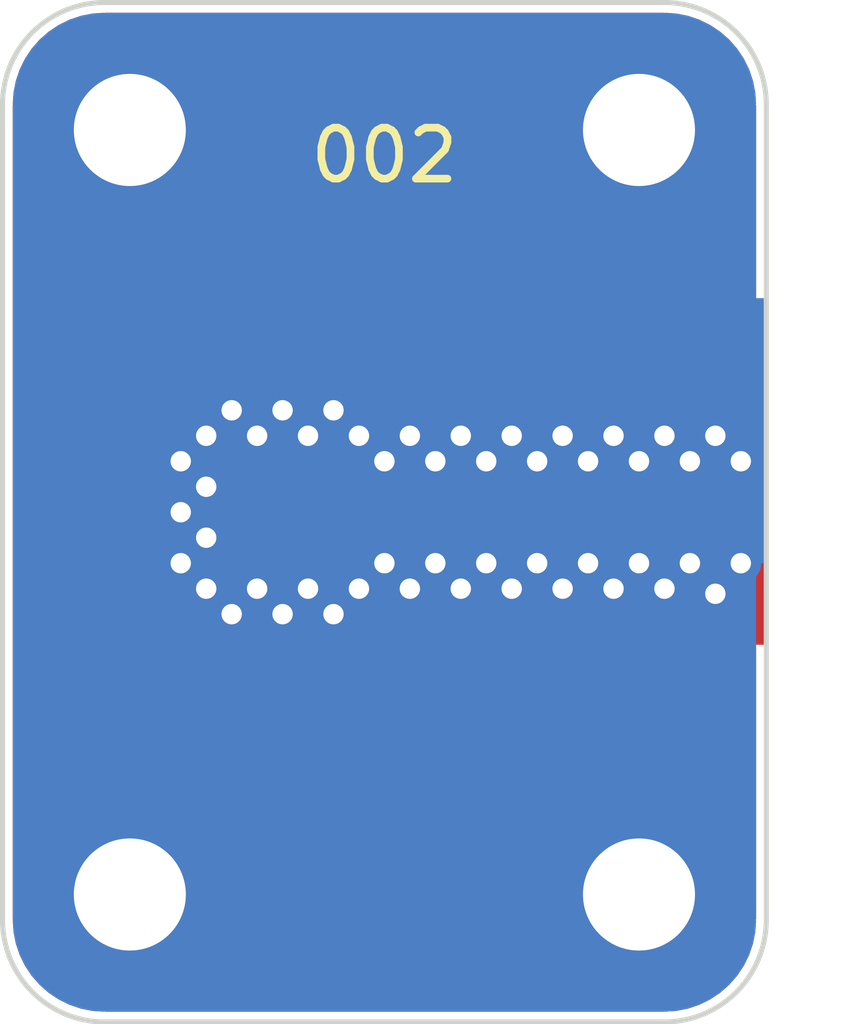
<source format=kicad_pcb>
(kicad_pcb (version 20211014) (generator pcbnew)
  (title_block (title "002-SMA Connector") (date "2022-01-27") (rev "1") (company "Halidelabs") (comment 1 "contact@halidelabs.eu"))
  (layers (0 "F.Cu" signal "Górna sygnałowa") (31 "B.Cu" signal "Dolna sygnałowa") (35 "F.Paste" user "Górna pasty") (37 "F.SilkS" user "Górna opisowa") (38 "B.Mask" user "Dolna sodermaski") (39 "F.Mask" user "Górna soldermaski") (44 "Edge.Cuts" user "Krawędziowa"))
  (net 0 "")
  (net 1 "GND")
  (net 2 "Net-(J1-Pad1)")
  (footprint "LOGO" (layer "F.Cu") (at 134.5 70)
    (fp_text reference "G***" hide)
    (fp_text value "LOGO" hide)
    (fp_poly (pts (xy 2.048983 -2.862565) (xy 2.066473 -2.853293) (xy 2.073503 -2.833912) (xy 2.07032 -2.80121) (xy 2.057169 -2.751973) (xy 2.034626 -2.683947) (xy 2.01496 -2.627892) (xy 1.997923 -2.58087) (xy 1.985257 -2.547578) (xy 1.978702 -2.532718) (xy 1.978505 -2.532477) (xy 1.985289 -2.523797) (xy 2.008581 -2.50653) (xy 2.043354 -2.484399) (xy 2.043685 -2.484201) (xy 2.119165 -2.431771) (xy 2.176569 -2.376829) (xy 2.214749 -2.321478) (xy 2.232557 -2.267818) (xy 2.228846 -2.217953) (xy 2.208983 -2.181421) (xy 2.185545 -2.152476) (xy 2.253433 -2.111581) (xy 2.301659 -2.080299) (xy 2.351482 -2.044572) (xy 2.377115 -2.02443) (xy 2.408385 -1.997212) (xy 2.424089 -1.977189) (xy 2.428248 -1.956338) (xy 2.425187 -1.928565) (xy 2.419157 -1.880859) (xy 2.415014 -1.832495) (xy 2.41486 -1.829732) (xy 2.408443 -1.792111) (xy 2.391939 -1.770923) (xy 2.385142 -1.766971) (xy 2.357212 -1.747165) (xy 2.333532 -1.723177) (xy 2.321457 -1.710233) (xy 2.306748 -1.701308) (xy 2.284526 -1.695373) (xy 2.249913 -1.691397) (xy 2.198027 -1.688349) (xy 2.160954 -1.686719) (xy 2.089353 -1.682397) (xy 2.035454 -1.676338) (xy 2.002094 -1.668915) (xy 1.994013 -1.664816) (xy 1.97958 -1.642616) (xy 1.968714 -1.608567) (xy 1.967661 -1.602805) (xy 1.958828 -1.5715) (xy 1.941324 -1.525814) (xy 1.918152 -1.47325) (xy 1.904454 -1.444873) (xy 1.883847 -1.40225) (xy 1.867793 -1.364482) (xy 1.854826 -1.326239) (xy 1.843479 -1.282194) (xy 1.832287 -1.227017) (xy 1.819782 -1.15538) (xy 1.812299 -1.11001) (xy 1.798626 -1.019596) (xy 1.785306 -0.919679) (xy 1.773533 -0.820026) (xy 1.764499 -0.730406) (xy 1.76154 -0.694532) (xy 1.744458 -0.515064) (xy 1.721201 -0.355936) (xy 1.69109 -0.213301) (xy 1.653933 -0.084775) (xy 1.619233 0.008557) (xy 1.579816 0.089949) (xy 1.531473 0.166239) (xy 1.469997 0.244263) (xy 1.411002 0.30989) (xy 1.293005 0.45041) (xy 1.192761 0.602053) (xy 1.117818 0.745544) (xy 1.084 0.813616) (xy 1.053544 0.864591) (xy 1.022177 0.904969) (xy 0.994341 0.933276) (xy 0.961129 0.962697) (xy 0.934053 0.983815) (xy 0.918831 0.99218) (xy 0.918623 0.992187) (xy 0.904288 1.000024) (xy 0.890448 1.024687) (xy 0.876613 1.067901) (xy 0.862291 1.131393) (xy 0.846992 1.21689) (xy 0.837379 1.277894) (xy 0.819656 1.389529) (xy 0.802573 1.484193) (xy 0.784372 1.569602) (xy 0.763293 1.653474) (xy 0.73758 1.743526) (xy 0.713093 1.823278) (xy 0.688507 1.906831) (xy 0.672034 1.978473) (xy 0.663316 2.044883) (xy 0.661994 2.112742) (xy 0.66771 2.188728) (xy 0.680105 2.279521) (xy 0.686483 2.319238) (xy 0.69835 2.393059) (xy 0.709432 2.465411) (xy 0.718727 2.52951) (xy 0.725234 2.578572) (xy 0.726791 2.59209) (xy 0.735591 2.646104) (xy 0.751763 2.69071) (xy 0.780132 2.738801) (xy 0.783636 2.744018) (xy 0.831881 2.815332) (xy 0.469318 2.815332) (xy 0.477699 2.775024) (xy 0.488079 2.739306) (xy 0.500592 2.711884) (xy 0.506425 2.695629) (xy 0.503571 2.673531) (xy 0.490624 2.639765) (xy 0.475343 2.607174) (xy 0.451334 2.552338) (xy 0.430892 2.49252) (xy 0.412691 2.422682) (xy 0.395405 2.337789) (xy 0.379083 2.241499) (xy 0.366988 2.178939) (xy 0.349142 2.103484) (xy 0.328158 2.025587) (xy 0.310901 1.968647) (xy 0.287294 1.893226) (xy 0.269065 1.828083) (xy 0.255108 1.767061) (xy 0.244317 1.704005) (xy 0.235586 1.632758) (xy 0.227809 1.547164) (xy 0.222374 1.475879) (xy 0.216044 1.352073) (xy 0.215081 1.233563) (xy 0.219371 1.126298) (xy 0.228798 1.036226) (xy 0.231216 1.021223) (xy 0.237981 0.982046) (xy 0.015676 0.988913) (xy -0.129306 0.990737) (xy -0.255443 0.986229) (xy -0.367999 0.974887) (xy -0.472238 0.956211) (xy -0.557689 0.934353) (xy -0.685469 0.887707) (xy -0.792681 0.827643) (xy -0.879852 0.753786) (xy -0.947511 0.665762) (xy -0.954834 0.653375) (xy -0.989073 0.593616) (xy -0.997796 0.628369) (xy -1.021635 0.697004) (xy -1.058531 0.772732) (xy -1.103164 0.845988) (xy -1.15021 0.90721) (xy -1.157197 0.914817) (xy -1.198007 0.959259) (xy -1.225381 0.994404) (xy -1.243579 1.028335) (xy -1.256861 1.069138) (xy -1.269487 1.124897) (xy -1.270518 1.129871) (xy -1.293507 1.21705) (xy -1.326122 1.296687) (xy -1.371331 1.373894) (xy -1.432103 1.45378) (xy -1.506771 1.536617) (xy -1.559468 1.592762) (xy -1.597345 1.635946) (xy -1.623502 1.670355) (xy -1.641038 1.70018) (xy -1.653054 1.729607) (xy -1.655689 1.737815) (xy -1.672332 1.812698) (xy -1.682085 1.90083) (xy -1.684292 1.991447) (xy -1.678293 2.073788) (xy -1.676833 2.083593) (xy -1.654051 2.222991) (xy -1.633883 2.339479) (xy -1.615933 2.434771) (xy -1.599807 2.51058) (xy -1.585107 2.568617) (xy -1.57144 2.610596) (xy -1.558409 2.638229) (xy -1.545619 2.653229) (xy -1.545208 2.65352) (xy -1.508603 2.683848) (xy -1.475565 2.719415) (xy -1.452866 2.752465) (xy -1.447567 2.765393) (xy -1.445942 2.77681) (xy -1.451113 2.784118) (xy -1.467339 2.788229) (xy -1.49888 2.790059) (xy -1.549996 2.790519) (xy -1.564791 2.790527) (xy -1.688589 2.790527) (xy -1.685736 2.756421) (xy -1.688232 2.734561) (xy -1.701468 2.709668) (xy -1.728559 2.676955) (xy -1.756387 2.6479) (xy -1.807773 2.588998) (xy -1.854539 2.519928) (xy -1.898456 2.437267) (xy -1.941295 2.337595) (xy -1.984828 2.21749) (xy -1.995077 2.186759) (xy -2.036859 2.052764) (xy -2.067198 1.936645) (xy -2.086033 1.834241) (xy -2.093306 1.741389) (xy -2.088956 1.653926) (xy -2.072923 1.567692) (xy -2.045147 1.478524) (xy -2.00557 1.38226) (xy -1.982813 1.333252) (xy -1.964427 1.293298) (xy -1.9525 1.260886) (xy -1.945675 1.228602) (xy -1.942596 1.189034) (xy -1.941908 1.13477) (xy -1.941986 1.110009) (xy -1.951474 0.97662) (xy -1.978574 0.827354) (xy -2.023006 0.663515) (xy -2.064759 0.539502) (xy -2.086515 0.474467) (xy -2.106941 0.404948) (xy -2.122854 0.342116) (xy -2.127819 0.318331) (xy -2.143056 0.250082) (xy -2.15958 0.198304) (xy -2.17632 0.164656) (xy -2.192203 0.150796) (xy -2.206159 0.158384) (xy -2.215592 0.182482) (xy -2.221318 0.20244) (xy -2.22659 0.204268) (xy -2.234888 0.18591) (xy -2.241815 0.166979) (xy -2.254893 0.10903) (xy -2.25968 0.037013) (xy -2.256407 -0.039843) (xy -2.245307 -0.112311) (xy -2.233759 -0.153388) (xy -2.177035 -0.276866) (xy -2.099053 -0.389555) (xy -2.001289 -0.490589) (xy -1.885217 -0.579102) (xy -1.752312 -0.654228) (xy -1.604051 -0.715103) (xy -1.441906 -0.760859) (xy -1.267355 -0.790632) (xy -1.128614 -0.801977) (xy -1.023257 -0.804422) (xy -0.922352 -0.80135) (xy -0.820002 -0.792107) (xy -0.710313 -0.77604) (xy -0.587388 -0.752495) (xy -0.490026 -0.731149) (xy -0.374692 -0.705301) (xy -0.27895 -0.685072) (xy -0.198382 -0.669854) (xy -0.128571 -0.65904) (xy -0.065096 -0.652022) (xy -0.003542 -0.64819) (xy 0.060511 -0.646938) (xy 0.118374 -0.647416) (xy 0.185716 -0.648207) (xy 0.238854 -0.647399) (xy 0.28483 -0.644126) (xy 0.330687 -0.637522) (xy 0.383469 -0.62672) (xy 0.450217 -0.610854) (xy 0.484403 -0.6024) (xy 0.570839 -0.581838) (xy 0.637639 -0.568673) (xy 0.688847 -0.562921) (xy 0.728509 -0.564594) (xy 0.760669 -0.57371) (xy 0.789372 -0.590281) (xy 0.806331 -0.603568) (xy 0.831601 -0.628095) (xy 0.853018 -0.657553) (xy 0.872123 -0.695704) (xy 0.890455 -0.746313) (xy 0.909556 -0.813145) (xy 0.930967 -0.899963) (xy 0.935367 -0.918787) (xy 0.956442 -1.00484) (xy 0.981837 -1.101405) (xy 1.008531 -1.197346) (xy 1.033499 -1.281527) (xy 1.036311 -1.29055) (xy 1.054945 -1.351285) (xy 1.069737 -1.403874) (xy 1.081647 -1.453504) (xy 1.091634 -1.505356) (xy 1.100657 -1.564617) (xy 1.109676 -1.636469) (xy 1.119649 -1.726098) (xy 1.123385 -1.761133) (xy 1.136703 -1.883715) (xy 1.148553 -1.984635) (xy 1.159505 -2.066951) (xy 1.170125 -2.133722) (xy 1.180981 -2.188007) (xy 1.192643 -2.232865) (xy 1.205677 -2.271354) (xy 1.220651 -2.306533) (xy 1.227185 -2.320107) (xy 1.252076 -2.367151) (xy 1.277417 -2.40575) (xy 1.307496 -2.440285) (xy 1.346599 -2.475138) (xy 1.399012 -2.51469) (xy 1.457275 -2.555308) (xy 1.516903 -2.598461) (xy 1.578903 -2.647263) (xy 1.634573 -2.694685) (xy 1.664539 -2.722722) (xy 1.702207 -2.757997) (xy 1.734668 -2.784568) (xy 1.757254 -2.798797) (xy 1.763758 -2.80005) (xy 1.780048 -2.782505) (xy 1.781983 -2.74652) (xy 1.769588 -2.693865) (xy 1.762002 -2.672184) (xy 1.748222 -2.63403) (xy 1.738903 -2.605695) (xy 1.736328 -2.595149) (xy 1.743925 -2.597447) (xy 1.764266 -2.614577) (xy 1.793674 -2.64278) (xy 1.828473 -2.678296) (xy 1.864988 -2.717367) (xy 1.899541 -2.756231) (xy 1.928456 -2.79113) (xy 1.930408 -2.793628) (xy 1.963047 -2.832927) (xy 1.987876 -2.855073) (xy 2.009995 -2.864092) (xy 2.020788 -2.864942)) (layer "F.Cu") (width 0) (fill solid))
  )
  (footprint "modular-rf-bench-footprints:edge-connector" (layer "F.Cu") (at 141.5 63.5)
    (fp_text reference "J2" hide)
    (fp_text value "EDGE CONN" hide)
    (pad "1" smd rect (at -1.5 0) (size 3 0.8) (layers "F.Cu") (net 2 "Net-(J1-Pad1)"))
    (pad "2" thru_hole circle (at -2 -1.5) (size 0.8 0.8) (drill 0.4) (layers *.Cu) (net 1 "GND"))
    (pad "2" thru_hole circle (at -1 1.6) (size 0.8 0.8) (drill 0.4) (layers *.Cu) (net 1 "GND"))
    (pad "2" thru_hole circle (at -1 -1.5) (size 0.8 0.8) (drill 0.4) (layers *.Cu) (net 1 "GND"))
    (pad "2" thru_hole circle (at -1.5 -1) (size 0.8 0.8) (drill 0.4) (layers *.Cu) (net 1 "GND"))
    (pad "2" thru_hole circle (at -2 1.5) (size 0.8 0.8) (drill 0.4) (layers *.Cu) (net 1 "GND"))
    (pad "2" smd rect (at -1.5 -1.6) (size 3 5.2) (layers "B.Cu") (net 1 "GND"))
    (pad "2" thru_hole circle (at -0.5 -1) (size 0.8 0.8) (drill 0.4) (layers *.Cu) (net 1 "GND"))
    (pad "2" thru_hole circle (at -2.5 1) (size 0.8 0.8) (drill 0.4) (layers *.Cu) (net 1 "GND"))
    (pad "2" thru_hole circle (at -2.5 -1) (size 0.8 0.8) (drill 0.4) (layers *.Cu) (net 1 "GND"))
    (pad "2" smd rect (at -1.5 -1.6) (size 3 2) (layers "F.Cu") (net 1 "GND"))
    (pad "2" thru_hole circle (at -1.5 1) (size 0.8 0.8) (drill 0.4) (layers *.Cu) (net 1 "GND"))
    (pad "2" smd rect (at -1.5 1.6) (size 3 2) (layers "F.Cu") (net 1 "GND"))
    (pad "2" thru_hole circle (at -0.5 1) (size 0.8 0.8) (drill 0.4) (layers *.Cu) (net 1 "GND"))
  )
  (footprint "modular-rf-bench-footprints:M2-hole" (layer "F.Cu") (at 129 56)
    (fp_text reference "H3" hide)
    (fp_text value "M2" hide)
    (pad "1" thru_hole circle (at 0 0) (size 3.4 3.4) (drill 2.2) (layers *.Cu *.Mask) (net 1 "GND"))
  )
  (footprint "Connector_Coaxial:SMA_Amphenol_132134-10_Vertical" (layer "F.Cu") (at 132 63.5)
    (fp_text reference "J1" hide)
    (fp_text value "SMA" hide)
    (pad "1" smd circle (at 0 0 90) (size 1.73 1.73) (layers "F.Cu" "F.Paste" "F.Mask") (net 2 "Net-(J1-Pad1)"))
    (pad "2" smd custom (at 0 -2.8 180) (size 7.11 1.51) (layers "F.Cu" "F.Paste" "F.Mask") (net 1 "GND") (options (clearance outline) (anchor rect)) (primitives (gr_poly (pts (xy -1.5 -1.42) (xy -1.36 -1.28) (xy -1.205 -1.155) (xy -1.035 -1.045) (xy -0.86 -0.95) (xy -0.675 -0.875) (xy -0.48 -0.82) (xy -0.28 -0.78) (xy -0.085 -0.765) (xy 0 -0.765) (xy 0 0.755) (xy -3.555 0.755) (xy -3.555 -1.595) (xy -1.645 -1.595)) (width 0) (fill yes)) (gr_poly (pts (xy 3.555 0.755) (xy 0 0.755) (xy 0 -0.765) (xy 0.085 -0.765) (xy 0.28 -0.78) (xy 0.48 -0.82) (xy 0.675 -0.875) (xy 0.86 -0.95) (xy 1.035 -1.045) (xy 1.205 -1.155) (xy 1.36 -1.28) (xy 1.5 -1.42) (xy 1.645 -1.595) (xy 3.555 -1.595)) (width 0) (fill yes))))
    (pad "2" smd custom (at 0 2.8) (size 7.11 1.51) (layers "F.Cu" "F.Paste" "F.Mask") (net 1 "GND") (options (clearance outline) (anchor rect)) (primitives (gr_poly (pts (xy -1.5 -1.42) (xy -1.36 -1.28) (xy -1.205 -1.155) (xy -1.035 -1.045) (xy -0.86 -0.95) (xy -0.675 -0.875) (xy -0.48 -0.82) (xy -0.28 -0.78) (xy -0.085 -0.765) (xy 0 -0.765) (xy 0 0.755) (xy -3.555 0.755) (xy -3.555 -1.595) (xy -1.645 -1.595)) (width 0) (fill yes)) (gr_poly (pts (xy 3.555 0.755) (xy 0 0.755) (xy 0 -0.765) (xy 0.085 -0.765) (xy 0.28 -0.78) (xy 0.48 -0.82) (xy 0.675 -0.875) (xy 0.86 -0.95) (xy 1.035 -1.045) (xy 1.205 -1.155) (xy 1.36 -1.28) (xy 1.5 -1.42) (xy 1.645 -1.595) (xy 3.555 -1.595)) (width 0) (fill yes))))
  )
  (footprint "modular-rf-bench-footprints:M2-hole" (layer "F.Cu") (at 139 71)
    (fp_text reference "H4" hide)
    (fp_text value "M2" hide)
    (pad "1" thru_hole circle (at 0 0) (size 3.4 3.4) (drill 2.2) (layers *.Cu *.Mask) (net 1 "GND"))
  )
  (footprint "modular-rf-bench-footprints:M2-hole" (layer "F.Cu") (at 139 56)
    (fp_text reference "H2" hide)
    (fp_text value "M2" hide)
    (pad "1" thru_hole circle (at 0 0) (size 3.4 3.4) (drill 2.2) (layers *.Cu *.Mask) (net 1 "GND"))
  )
  (footprint "modular-rf-bench-footprints:M2-hole" (layer "F.Cu") (at 129 71)
    (fp_text reference "H1" hide)
    (fp_text value "M2" hide)
    (pad "1" thru_hole circle (at 0 0) (size 3.4 3.4) (drill 2.2) (layers *.Cu *.Mask) (net 1 "GND"))
  )
  (gr_arc (start 128.5 73.5) (mid 127.085786 72.914214) (end 126.5 71.5) (layer "Edge.Cuts") (width 0.1))
  (gr_line (start 139.5 73.5) (end 128.5 73.5) (layer "Edge.Cuts") (width 0.1))
  (gr_line (start 126.5 71.5) (end 126.5 55.5) (layer "Edge.Cuts") (width 0.1))
  (gr_line (start 141.5 55.5) (end 141.5 71.5) (layer "Edge.Cuts") (width 0.1))
  (gr_arc (start 141.5 71.5) (mid 140.914214 72.914214) (end 139.5 73.5) (layer "Edge.Cuts") (width 0.1))
  (gr_arc (start 126.5 55.5) (mid 127.085786 54.085786) (end 128.5 53.5) (layer "Edge.Cuts") (width 0.1))
  (gr_line (start 128.5 53.5) (end 139.5 53.5) (layer "Edge.Cuts") (width 0.1))
  (gr_arc (start 139.5 53.5) (mid 140.914214 54.085786) (end 141.5 55.5) (layer "Edge.Cuts") (width 0.1))
  (gr_text "002" (at 134 56.5) (layer "F.SilkS") (effects (font (size 1 1))))
  (via (at 134.5 65) (size 0.8) (drill 0.4) (layers "F.Cu" "B.Cu") (net 1))
  (via (at 133 61.5) (size 0.8) (drill 0.4) (layers "F.Cu" "B.Cu") (net 1))
  (via (at 132.5 65) (size 0.8) (drill 0.4) (layers "F.Cu" "B.Cu") (net 1))
  (via (at 133 65.5) (size 0.8) (drill 0.4) (layers "F.Cu" "B.Cu") (net 1))
  (via (at 131.5 65) (size 0.8) (drill 0.4) (layers "F.Cu" "B.Cu") (net 1))
  (via (at 137.5 65) (size 0.8) (drill 0.4) (layers "F.Cu" "B.Cu") (net 1))
  (via (at 130.5 65) (size 0.8) (drill 0.4) (layers "F.Cu" "B.Cu") (net 1))
  (via (at 137 64.5) (size 0.8) (drill 0.4) (layers "F.Cu" "B.Cu") (net 1))
  (via (at 132 61.5) (size 0.8) (drill 0.4) (layers "F.Cu" "B.Cu") (net 1))
  (via (at 135 62.5) (size 0.8) (drill 0.4) (layers "F.Cu" "B.Cu") (net 1))
  (via (at 134 62.5) (size 0.8) (drill 0.4) (layers "F.Cu" "B.Cu") (net 1))
  (via (at 138.5 65) (size 0.8) (drill 0.4) (layers "F.Cu" "B.Cu") (net 1))
  (via (at 130 64.5) (size 0.8) (drill 0.4) (layers "F.Cu" "B.Cu") (net 1))
  (via (at 133.5 65) (size 0.8) (drill 0.4) (layers "F.Cu" "B.Cu") (net 1))
  (via (at 132 65.5) (size 0.8) (drill 0.4) (layers "F.Cu" "B.Cu") (net 1))
  (via (at 136 62.5) (size 0.8) (drill 0.4) (layers "F.Cu" "B.Cu") (net 1))
  (via (at 132.5 62) (size 0.8) (drill 0.4) (layers "F.Cu" "B.Cu") (net 1))
  (via (at 130.5 62) (size 0.8) (drill 0.4) (layers "F.Cu" "B.Cu") (net 1))
  (via (at 137 62.5) (size 0.8) (drill 0.4) (layers "F.Cu" "B.Cu") (net 1))
  (via (at 130.5 64) (size 0.8) (drill 0.4) (layers "F.Cu" "B.Cu") (net 1))
  (via (at 131 61.5) (size 0.8) (drill 0.4) (layers "F.Cu" "B.Cu") (net 1))
  (via (at 138.5 62) (size 0.8) (drill 0.4) (layers "F.Cu" "B.Cu") (net 1))
  (via (at 135 64.5) (size 0.8) (drill 0.4) (layers "F.Cu" "B.Cu") (net 1))
  (via (at 130 62.5) (size 0.8) (drill 0.4) (layers "F.Cu" "B.Cu") (net 1))
  (via (at 130 63.5) (size 0.8) (drill 0.4) (layers "F.Cu" "B.Cu") (net 1))
  (via (at 133.5 62) (size 0.8) (drill 0.4) (layers "F.Cu" "B.Cu") (net 1))
  (via (at 134.5 62) (size 0.8) (drill 0.4) (layers "F.Cu" "B.Cu") (net 1))
  (via (at 136.5 62) (size 0.8) (drill 0.4) (layers "F.Cu" "B.Cu") (net 1))
  (via (at 134 64.5) (size 0.8) (drill 0.4) (layers "F.Cu" "B.Cu") (net 1))
  (via (at 130.5 63) (size 0.8) (drill 0.4) (layers "F.Cu" "B.Cu") (net 1))
  (via (at 136 64.5) (size 0.8) (drill 0.4) (layers "F.Cu" "B.Cu") (net 1))
  (via (at 131.5 62) (size 0.8) (drill 0.4) (layers "F.Cu" "B.Cu") (net 1))
  (via (at 131 65.5) (size 0.8) (drill 0.4) (layers "F.Cu" "B.Cu") (net 1))
  (via (at 138 64.5) (size 0.8) (drill 0.4) (layers "F.Cu" "B.Cu") (net 1))
  (via (at 136.5 65) (size 0.8) (drill 0.4) (layers "F.Cu" "B.Cu") (net 1))
  (via (at 138 62.5) (size 0.8) (drill 0.4) (layers "F.Cu" "B.Cu") (net 1))
  (via (at 135.5 62) (size 0.8) (drill 0.4) (layers "F.Cu" "B.Cu") (net 1))
  (via (at 137.5 62) (size 0.8) (drill 0.4) (layers "F.Cu" "B.Cu") (net 1))
  (via (at 135.5 65) (size 0.8) (drill 0.4) (layers "F.Cu" "B.Cu") (net 1))
  (segment (start 140 63.5) (end 132 63.5) (width 0.8) (layer "F.Cu") (net 2))
  (zone (net 1) (net_name "GND") (layers F&B.Cu) (name "GND") (connect_pads yes (clearance 0.2)) (min_thickness 0.2) (fill yes (thermal_gap 0.2) (thermal_bridge_width 0.2))
    (polygon (pts (xy 141.5 73.5) (xy 126.5 73.5) (xy 126.5 53.5) (xy 141.5 53.5)))
  )
)
</source>
